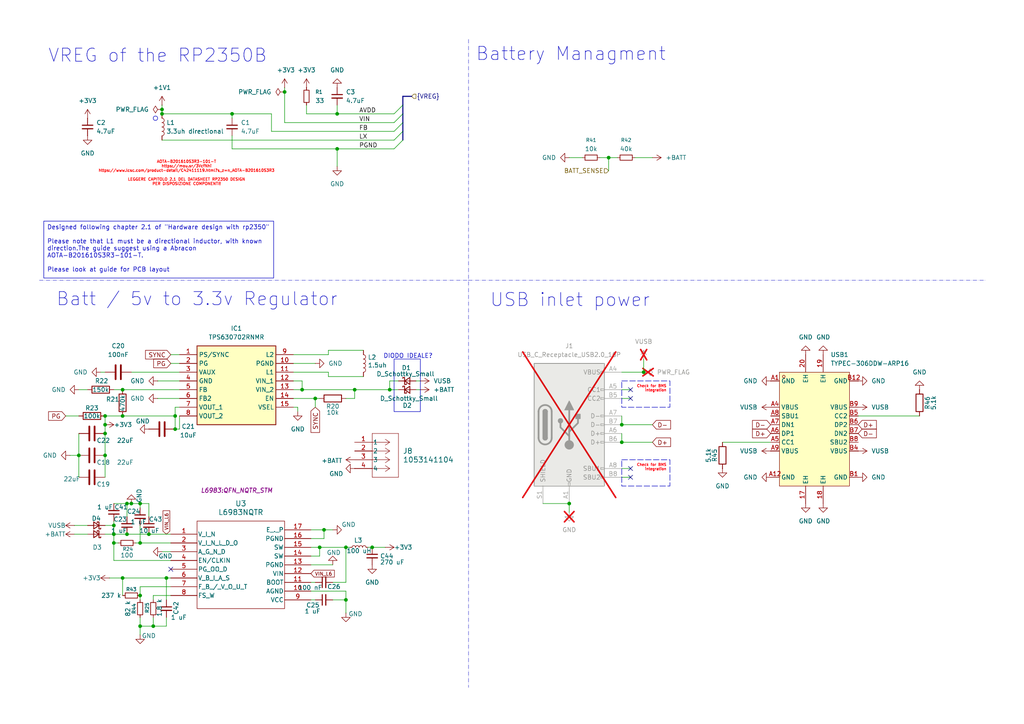
<source format=kicad_sch>
(kicad_sch (version 20250114) (generator "eeschema") (generator_version "9.0")
  (paper "A4")
  (title_block (title "Training Academy Board ") (date "2025-09-11") (rev "1.0") (company "Sapienza Rocket Team"))
  (lib_symbols
    (symbol "2025-12-20_10-01-49:L6983NQTR" (pin_names (offset 0.254))
      (property "Reference" "U" (at 1.27 20.32 0))
      (property "Value" "L6983NQTR" (at 1.27 17.78 0))
      (symbol "L6983NQTR_0_1"
        (pin unspecified line (at -20.32 8.89 0) (length 7.62) (name "V_I_N") (number "1"))
        (pin unspecified line (at -20.32 6.35 0) (length 7.62) (name "V_I_N_L_D_O") (number "2"))
        (pin unspecified line (at -20.32 3.81 0) (length 7.62) (name "A_G_N_D") (number "3"))
        (pin unspecified line (at -20.32 1.27 0) (length 7.62) (name "EN/CLKIN") (number "4"))
        (pin unspecified line (at -20.32 -1.27 0) (length 7.62) (name "PG_OO_D") (number "5"))
        (pin unspecified line (at -20.32 -3.81 0) (length 7.62) (name "V_B_I_A_S") (number "6"))
        (pin unspecified line (at -20.32 -6.35 0) (length 7.62) (name "F_B_/_V_O_U_T") (number "7"))
        (pin unspecified line (at -20.32 -8.89 0) (length 7.62) (name "FS_W") (number "8"))
        (pin unspecified line (at 20.32 10.16 180) (length 7.62) (name "E_._P") (number "17"))
        (pin power_out line (at 20.32 7.62 180) (length 7.62) (name "PGND") (number "16"))
        (pin unspecified line (at 20.32 5.08 180) (length 7.62) (name "SW") (number "15"))
        (pin unspecified line (at 20.32 2.54 180) (length 7.62) (name "SW") (number "14"))
        (pin power_out line (at 20.32 0 180) (length 7.62) (name "PGND") (number "13"))
        (pin unspecified line (at 20.32 -2.54 180) (length 7.62) (name "VIN") (number "12"))
        (pin unspecified line (at 20.32 -5.08 180) (length 7.62) (name "BOOT") (number "11"))
        (pin power_out line (at 20.32 -7.62 180) (length 7.62) (name "AGND") (number "10"))
        (pin power_in line (at 20.32 -10.16 180) (length 7.62) (name "VCC") (number "9"))
      )
    )
    (symbol "Connector:USB_C_Receptacle_USB2.0_16P" (pin_names (offset 1.016))
      (property "Reference" "J" (at 0 22.225 0))
      (property "Value" "USB_C_Receptacle_USB2.0_16P" (at 0 19.685 0))
      (symbol "USB_C_Receptacle_USB2.0_16P_1_1"
        (pin passive line (at -7.62 -22.86 90) (length 5.08) (name "SHIELD") (number "S1"))
        (pin passive line (at 0 -22.86 90) (length 5.08) (name "GND") (number "A1"))
        (pin passive line (at 0 -22.86 90) (length 5.08) (hide yes) (name "GND") (number "A12"))
        (pin passive line (at 0 -22.86 90) (length 5.08) (hide yes) (name "GND") (number "B1"))
        (pin passive line (at 0 -22.86 90) (length 5.08) (hide yes) (name "GND") (number "B12"))
        (pin passive line (at 15.24 15.24 180) (length 5.08) (name "VBUS") (number "A4"))
        (pin passive line (at 15.24 15.24 180) (length 5.08) (hide yes) (name "VBUS") (number "A9"))
        (pin passive line (at 15.24 15.24 180) (length 5.08) (hide yes) (name "VBUS") (number "B4"))
        (pin passive line (at 15.24 15.24 180) (length 5.08) (hide yes) (name "VBUS") (number "B9"))
        (pin bidirectional line (at 15.24 10.16 180) (length 5.08) (name "CC1") (number "A5"))
        (pin bidirectional line (at 15.24 7.62 180) (length 5.08) (name "CC2") (number "B5"))
        (pin bidirectional line (at 15.24 2.54 180) (length 5.08) (name "D-") (number "A7"))
        (pin bidirectional line (at 15.24 0 180) (length 5.08) (name "D-") (number "B7"))
        (pin bidirectional line (at 15.24 -2.54 180) (length 5.08) (name "D+") (number "A6"))
        (pin bidirectional line (at 15.24 -5.08 180) (length 5.08) (name "D+") (number "B6"))
        (pin bidirectional line (at 15.24 -12.7 180) (length 5.08) (name "SBU1") (number "A8"))
        (pin bidirectional line (at 15.24 -15.24 180) (length 5.08) (name "SBU2") (number "B8"))
      )
    )
    (symbol "Device:C" (pin_numbers (hide yes)) (pin_names (offset 0.254))
      (property "Reference" "C" (at 0.635 2.54 0))
      (property "Value" "C" (at 0.635 -2.54 0))
      (symbol "C_1_1"
        (pin passive line (at 0 3.81 270) (length 2.794) (name "~") (number "1"))
        (pin passive line (at 0 -3.81 90) (length 2.794) (name "~") (number "2"))
      )
    )
    (symbol "Device:C_Small" (pin_numbers (hide yes)) (pin_names (offset 0.254) (hide yes))
      (property "Reference" "C" (at 0.254 1.778 0))
      (property "Value" "C_Small" (at 0.254 -2.032 0))
      (symbol "C_Small_1_1"
        (pin passive line (at 0 2.54 270) (length 2.032) (name "~") (number "1"))
        (pin passive line (at 0 -2.54 90) (length 2.032) (name "~") (number "2"))
      )
    )
    (symbol "Device:D_Schottky_Small" (pin_numbers (hide yes)) (pin_names (offset 0.254) (hide yes))
      (property "Reference" "D" (at -1.27 2.032 0))
      (property "Value" "D_Schottky_Small" (at -7.112 -2.032 0))
      (symbol "D_Schottky_Small_1_1"
        (pin passive line (at -2.54 0 0) (length 1.778) (name "K") (number "1"))
        (pin passive line (at 2.54 0 180) (length 1.778) (name "A") (number "2"))
      )
    )
    (symbol "Device:L" (pin_numbers (hide yes)) (pin_names (offset 1.016) (hide yes))
      (property "Reference" "L" (at -1.27 0 90))
      (property "Value" "L" (at 1.905 0 90))
      (symbol "L_1_1"
        (pin passive line (at 0 3.81 270) (length 1.27) (name "1") (number "1"))
        (pin passive line (at 0 -3.81 90) (length 1.27) (name "2") (number "2"))
      )
    )
    (symbol "Device:L_Small" (pin_numbers (hide yes)) (pin_names (offset 0.254) (hide yes))
      (property "Reference" "L" (at 0.762 1.016 0))
      (property "Value" "L_Small" (at 0.762 -1.016 0))
      (symbol "L_Small_1_1"
        (pin passive line (at 0 2.54 270) (length 0.508) (name "~") (number "1"))
        (pin passive line (at 0 -2.54 90) (length 0.508) (name "~") (number "2"))
      )
    )
    (symbol "Device:R" (pin_numbers (hide yes)) (pin_names (offset 0))
      (property "Reference" "R" (at 2.032 0 90))
      (property "Value" "R" (at 0 0 90))
      (symbol "R_1_1"
        (pin passive line (at 0 3.81 270) (length 1.27) (name "~") (number "1"))
        (pin passive line (at 0 -3.81 90) (length 1.27) (name "~") (number "2"))
      )
    )
    (symbol "Device:R_Small" (pin_numbers (hide yes)) (pin_names (offset 0.254) (hide yes))
      (property "Reference" "R" (at 0 0 90))
      (property "Value" "R_Small" (at 1.778 0 90))
      (symbol "R_Small_1_1"
        (pin passive line (at 0 2.54 270) (length 0.762) (name "~") (number "1"))
        (pin passive line (at 0 -2.54 90) (length 0.762) (name "~") (number "2"))
      )
    )
    (symbol "Molex_Nanofit:1053141104" (pin_names (offset 0.254))
      (property "Reference" "J" (at 8.89 6.35 0))
      (property "Value" "1053141104" (at 0 0 0))
      (symbol "1053141104_1_1"
        (pin unspecified line (at 0 0 0) (length 5.08) (name "1") (number "1"))
        (pin unspecified line (at 0 -2.54 0) (length 5.08) (name "2") (number "2"))
        (pin unspecified line (at 0 -5.08 0) (length 5.08) (name "3") (number "3"))
        (pin unspecified line (at 0 -7.62 0) (length 5.08) (name "4") (number "4"))
      )
      (symbol "1053141104_1_2"
        (pin unspecified line (at 0 0 0) (length 5.08) (name "1") (number "1"))
        (pin unspecified line (at 0 -2.54 0) (length 5.08) (name "2") (number "2"))
        (pin unspecified line (at 0 -5.08 0) (length 5.08) (name "3") (number "3"))
        (pin unspecified line (at 0 -7.62 0) (length 5.08) (name "4") (number "4"))
      )
    )
    (symbol "TPS630702RNMR:TPS630702RNMR"
      (property "Reference" "IC" (at 29.21 7.62 0))
      (property "Value" "TPS630702RNMR" (at 29.21 5.08 0))
      (symbol "TPS630702RNMR_1_1"
        (pin passive line (at 0 0 0) (length 5.08) (name "PS/SYNC") (number "1"))
        (pin passive line (at 0 -2.54 0) (length 5.08) (name "PG") (number "2"))
        (pin passive line (at 0 -5.08 0) (length 5.08) (name "VAUX") (number "3"))
        (pin passive line (at 0 -7.62 0) (length 5.08) (name "GND") (number "4"))
        (pin passive line (at 0 -10.16 0) (length 5.08) (name "FB") (number "5"))
        (pin passive line (at 0 -12.7 0) (length 5.08) (name "FB2") (number "6"))
        (pin passive line (at 0 -15.24 0) (length 5.08) (name "VOUT_1") (number "7"))
        (pin passive line (at 0 -17.78 0) (length 5.08) (name "VOUT_2") (number "8"))
        (pin passive line (at 33.02 0 180) (length 5.08) (name "L2") (number "9"))
        (pin passive line (at 33.02 -2.54 180) (length 5.08) (name "PGND") (number "10"))
        (pin passive line (at 33.02 -5.08 180) (length 5.08) (name "L1") (number "11"))
        (pin passive line (at 33.02 -7.62 180) (length 5.08) (name "VIN_1") (number "12"))
        (pin passive line (at 33.02 -10.16 180) (length 5.08) (name "VIN_2") (number "13"))
        (pin passive line (at 33.02 -12.7 180) (length 5.08) (name "EN") (number "14"))
        (pin passive line (at 33.02 -15.24 180) (length 5.08) (name "VSEL") (number "15"))
      )
    )
    (symbol "TYPEC-306DDW-ARP16:TYPEC-306DDW-ARP16"
      (property "Reference" "USB" (at 0 25.4 0))
      (property "Value" "TYPEC-306DDW-ARP16" (at 0 -27.94 0))
      (symbol "TYPEC-306DDW-ARP16_0_1"
        (pin unspecified line (at -2.54 20.32 270) (length 5.08) (name "EH") (number "20"))
        (pin unspecified line (at -2.54 -22.86 90) (length 5.08) (name "EH") (number "17"))
        (pin unspecified line (at 2.54 20.32 270) (length 5.08) (name "EH") (number "19"))
        (pin unspecified line (at 2.54 -22.86 90) (length 5.08) (name "EH") (number "18"))
      )
      (symbol "TYPEC-306DDW-ARP16_1_1"
        (pin unspecified line (at -12.7 12.7 0) (length 2.54) (name "GND") (number "A1"))
        (pin unspecified line (at -12.7 5.08 0) (length 2.54) (name "VBUS") (number "A4"))
        (pin unspecified line (at -12.7 2.54 0) (length 2.54) (name "SBU1") (number "A8"))
        (pin unspecified line (at -12.7 0 0) (length 2.54) (name "DN1") (number "A7"))
        (pin unspecified line (at -12.7 -2.54 0) (length 2.54) (name "DP1") (number "A6"))
        (pin unspecified line (at -12.7 -5.08 0) (length 2.54) (name "CC1") (number "A5"))
        (pin unspecified line (at -12.7 -7.62 0) (length 2.54) (name "VBUS") (number "A9"))
        (pin unspecified line (at -12.7 -15.24 0) (length 2.54) (name "GND") (number "A12"))
        (pin unspecified line (at 12.7 12.7 180) (length 2.54) (name "GND") (number "B12"))
        (pin unspecified line (at 12.7 5.08 180) (length 2.54) (name "VBUS") (number "B9"))
        (pin unspecified line (at 12.7 2.54 180) (length 2.54) (name "CC2") (number "B5"))
        (pin unspecified line (at 12.7 0 180) (length 2.54) (name "DP2") (number "B6"))
        (pin unspecified line (at 12.7 -2.54 180) (length 2.54) (name "DN2") (number "B7"))
        (pin unspecified line (at 12.7 -5.08 180) (length 2.54) (name "SBU2") (number "B8"))
        (pin unspecified line (at 12.7 -7.62 180) (length 2.54) (name "VBUS") (number "B4"))
        (pin unspecified line (at 12.7 -15.24 180) (length 2.54) (name "GND") (number "B1"))
      )
    )
    (symbol "power:+1V1" (power) (pin_numbers (hide yes)) (pin_names (offset 0) (hide yes))
      (property "Value" "+1V1" (at 0 3.556 0))
      (symbol "+1V1_1_1"
        (pin power_in line (at 0 0 90) (length 0) (name "~") (number "1"))
      )
    )
    (symbol "power:+3.3V" (power) (pin_numbers (hide yes)) (pin_names (offset 0) (hide yes))
      (property "Value" "+3.3V" (at 0 3.556 0))
      (symbol "+3.3V_1_1"
        (pin power_in line (at 0 0 90) (length 0) (name "~") (number "1"))
      )
    )
    (symbol "power:+3V3" (power) (pin_numbers (hide yes)) (pin_names (offset 0) (hide yes))
      (property "Value" "+3V3" (at 0 3.556 0))
      (symbol "+3V3_1_1"
        (pin power_in line (at 0 0 90) (length 0) (name "~") (number "1"))
      )
    )
    (symbol "power:+5V" (power) (pin_numbers (hide yes)) (pin_names (offset 0) (hide yes))
      (property "Value" "+5V" (at 0 3.556 0))
      (symbol "+5V_1_1"
        (pin power_in line (at 0 0 90) (length 0) (name "~") (number "1"))
      )
    )
    (symbol "power:+BATT" (power) (pin_numbers (hide yes)) (pin_names (offset 0) (hide yes))
      (property "Value" "+BATT" (at 0 3.556 0))
      (symbol "+BATT_1_1"
        (pin power_in line (at 0 0 90) (length 0) (name "~") (number "1"))
      )
    )
    (symbol "power:GND" (power) (pin_numbers (hide yes)) (pin_names (offset 0) (hide yes))
      (property "Value" "GND" (at 0 -3.81 0))
      (symbol "GND_1_1"
        (pin power_in line (at 0 0 270) (length 0) (name "~") (number "1"))
      )
    )
    (symbol "power:PWR_FLAG" (power) (pin_numbers (hide yes)) (pin_names (offset 0) (hide yes))
      (property "Value" "PWR_FLAG" (at 0 3.81 0))
      (symbol "PWR_FLAG_0_0"
        (pin power_out line (at 0 0 90) (length 0) (name "~") (number "1"))
      )
    )
  )
  (circle (center 45.085 34.29) (radius 0.635) (fill (type color)))
  (rectangle (start 114.3 104.14) (end 121.92 119.38))
  (text "USB inlet power" (at 165.354 87.122 0) (effects (font (size 3.81 3.81))))
  (text "Batt / 5v to 3.3v Regulator\n" (at 57.15 86.868 0) (effects (font (size 3.81 3.81))))
  (text "AOTA-B201610S3R3-101-T\nhttps://mou.sr/3VcfNhi\nhttps://www.lcsc.com/product-detail/C42411119.html?s_z=n_AOTA-B201610S3R3\n\nLEGGERE CAPITOLO 2.1 DEL DATASHEET RP2350 DESIGN\nPER DISPOSIZIONE COMPONENTI!" (at 54.102 50.292 0) (effects (font (size 0.8 0.8))))
  (text "VREG of the RP2350B\n" (at 45.72 16.256 0) (effects (font (size 3.81 3.81))))
  (text "DIODO IDEALE?" (at 118.364 103.378 0) (effects (font (size 1.27 1.27))))
  (text "Battery Managment\n" (at 165.608 15.748 0) (effects (font (size 3.81 3.81))))
  (text_box "Check for BMS integration" (at 180.34 133.35 0) (size 13.97 7.62) (margins 0.9525 0.9525 0.9525 0.9525) (stroke (width 0) (type dash)) (effects (font (size 0.762 0.762)) (justify right top)))
  (text_box "Designed following chapter 2.1 of \"Hardware design with rp2350\"\n\nPlease note that L1 must be a directional inductor, with known direction.The guide suggest using a Abracon AOTA-B201610S3R3-101-T.\n\nPlease look at guide for PCB layout" (at 12.7 64.135 0) (size 66.675 16.51) (margins 0.9525 0.9525 0.9525 0.9525) (effects (font (size 1.27 1.27)) (justify left top)))
  (text_box "Check for BMS integration" (at 180.34 110.49 0) (size 13.97 7.62) (margins 0.9525 0.9525 0.9525 0.9525) (stroke (width 0) (type dash)) (effects (font (size 0.762 0.762)) (justify right top)))
  (junction (at 100.33 173.99))
  (junction (at 180.34 128.27))
  (junction (at 165.1 146.05))
  (junction (at 36.83 146.05))
  (junction (at 30.48 125.73))
  (junction (at 40.64 146.05))
  (junction (at 46.99 33.02))
  (junction (at 35.56 120.65))
  (junction (at 43.18 154.94))
  (junction (at 30.48 120.65))
  (junction (at 186.69 107.95))
  (junction (at 30.48 123.19))
  (junction (at 48.26 167.64))
  (junction (at 50.8 124.46))
  (junction (at 91.44 115.57))
  (junction (at 35.56 113.03))
  (junction (at 97.79 33.02))
  (junction (at 33.02 152.4))
  (junction (at 35.56 167.64))
  (junction (at 44.45 181.61))
  (junction (at 87.63 113.03))
  (junction (at 30.48 132.08))
  (junction (at 40.64 172.72))
  (junction (at 36.83 154.94))
  (junction (at 38.1 146.05))
  (junction (at 113.03 113.03))
  (junction (at 22.86 132.08))
  (junction (at 180.34 123.19))
  (junction (at 176.53 45.72))
  (junction (at 97.79 43.18))
  (junction (at 40.64 181.61))
  (junction (at 92.71 158.75))
  (junction (at 82.55 26.67))
  (junction (at 33.02 154.94))
  (junction (at 33.02 157.48))
  (junction (at 50.8 120.65))
  (junction (at 107.95 158.75))
  (junction (at 67.31 33.02))
  (junction (at 40.64 157.48))
  (junction (at 46.99 31.75))
  (junction (at 100.33 158.75))
  (junction (at 102.87 113.03))
  (junction (at 93.98 153.67))
  (no_connect (at 182.88 135.89))
  (no_connect (at 49.53 165.1))
  (no_connect (at 182.88 113.03))
  (no_connect (at 182.88 115.57))
  (no_connect (at 182.88 138.43))
  (bus_entry (at 116.84 38.1) (size -2.54 2.54))
  (bus_entry (at 116.84 33.02) (size -2.54 2.54))
  (bus_entry (at 116.84 35.56) (size -2.54 2.54))
  (bus_entry (at 116.84 30.48) (size -2.54 2.54))
  (bus_entry (at 116.84 40.64) (size -2.54 2.54))
  (wire (pts (xy 82.55 35.56) (xy 114.3 35.56)))
  (wire (pts (xy 33.02 157.48) (xy 33.02 162.56)))
  (wire (pts (xy 165.1 45.72) (xy 168.91 45.72)))
  (wire (pts (xy 52.07 124.46) (xy 50.8 124.46)))
  (wire (pts (xy 20.32 132.08) (xy 22.86 132.08)))
  (wire (pts (xy 21.59 154.94) (xy 25.4 154.94)))
  (wire (pts (xy 44.45 172.72) (xy 49.53 172.72)))
  (wire (pts (xy 35.56 167.64) (xy 48.26 167.64)))
  (wire (pts (xy 90.17 161.29) (xy 92.71 161.29)))
  (wire (pts (xy 33.02 152.4) (xy 33.02 154.94)))
  (wire (pts (xy 19.05 120.65) (xy 22.86 120.65)))
  (wire (pts (xy 30.48 123.19) (xy 30.48 125.73)))
  (wire (pts (xy 21.59 152.4) (xy 25.4 152.4)))
  (wire (pts (xy 35.56 120.65) (xy 50.8 120.65)))
  (wire (pts (xy 100.33 168.91) (xy 100.33 158.75)))
  (bus (pts (xy 116.84 33.02) (xy 116.84 35.56)))
  (wire (pts (xy 180.34 138.43) (xy 182.88 138.43)))
  (wire (pts (xy 115.57 110.49) (xy 113.03 110.49)))
  (wire (pts (xy 90.17 173.99) (xy 91.44 173.99)))
  (wire (pts (xy 106.68 158.75) (xy 107.95 158.75)))
  (wire (pts (xy 35.56 113.03) (xy 52.07 113.03)))
  (wire (pts (xy 38.1 107.95) (xy 52.07 107.95)))
  (wire (pts (xy 120.65 110.49) (xy 121.92 110.49)))
  (wire (pts (xy 90.17 168.91) (xy 91.44 168.91)))
  (wire (pts (xy 113.03 110.49) (xy 113.03 113.03)))
  (wire (pts (xy 30.48 120.65) (xy 30.48 123.19)))
  (wire (pts (xy 44.45 173.99) (xy 44.45 172.72)))
  (wire (pts (xy 67.31 33.02) (xy 67.31 34.29)))
  (wire (pts (xy 95.25 109.22) (xy 95.25 107.95)))
  (wire (pts (xy 90.17 171.45) (xy 100.33 171.45)))
  (wire (pts (xy 176.53 49.53) (xy 176.53 45.72)))
  (bus (pts (xy 116.84 30.48) (xy 116.84 33.02)))
  (wire (pts (xy 97.79 33.02) (xy 114.3 33.02)))
  (wire (pts (xy 40.64 152.4) (xy 40.64 157.48)))
  (wire (pts (xy 52.07 118.11) (xy 50.8 118.11)))
  (wire (pts (xy 43.18 146.05) (xy 43.18 149.86)))
  (wire (pts (xy 49.53 105.41) (xy 52.07 105.41)))
  (wire (pts (xy 180.34 113.03) (xy 182.88 113.03)))
  (wire (pts (xy 30.48 132.08) (xy 30.48 138.43)))
  (wire (pts (xy 180.34 125.73) (xy 180.34 128.27)))
  (wire (pts (xy 100.33 171.45) (xy 100.33 173.99)))
  (wire (pts (xy 52.07 120.65) (xy 52.07 124.46)))
  (wire (pts (xy 95.25 101.6) (xy 105.41 101.6)))
  (wire (pts (xy 102.87 113.03) (xy 102.87 115.57)))
  (wire (pts (xy 46.99 31.75) (xy 46.99 33.02)))
  (wire (pts (xy 180.34 135.89) (xy 182.88 135.89)))
  (wire (pts (xy 48.26 179.07) (xy 48.26 181.61)))
  (wire (pts (xy 93.98 153.67) (xy 96.52 153.67)))
  (wire (pts (xy 88.9 30.48) (xy 88.9 33.02)))
  (wire (pts (xy 180.34 107.95) (xy 186.69 107.95)))
  (bus (pts (xy 116.84 35.56) (xy 116.84 38.1)))
  (wire (pts (xy 49.53 160.02) (xy 46.99 160.02)))
  (wire (pts (xy 33.02 154.94) (xy 33.02 157.48)))
  (wire (pts (xy 87.63 110.49) (xy 87.63 113.03)))
  (wire (pts (xy 33.02 151.13) (xy 33.02 152.4)))
  (wire (pts (xy 93.98 153.67) (xy 93.98 156.21)))
  (wire (pts (xy 87.63 113.03) (xy 102.87 113.03)))
  (wire (pts (xy 248.92 120.65) (xy 266.7 120.65)))
  (wire (pts (xy 35.56 172.72) (xy 35.56 167.64)))
  (wire (pts (xy 85.09 118.11) (xy 86.36 118.11)))
  (wire (pts (xy 91.44 105.41) (xy 85.09 105.41)))
  (wire (pts (xy 67.31 33.02) (xy 78.74 33.02)))
  (wire (pts (xy 46.99 33.02) (xy 67.31 33.02)))
  (wire (pts (xy 91.44 115.57) (xy 92.71 115.57)))
  (wire (pts (xy 50.8 120.65) (xy 50.8 124.46)))
  (wire (pts (xy 180.34 120.65) (xy 180.34 123.19)))
  (wire (pts (xy 43.18 154.94) (xy 49.53 154.94)))
  (wire (pts (xy 38.1 146.05) (xy 40.64 146.05)))
  (bus (pts (xy 116.84 38.1) (xy 116.84 40.64)))
  (wire (pts (xy 184.15 45.72) (xy 189.23 45.72)))
  (wire (pts (xy 40.64 170.18) (xy 40.64 172.72)))
  (wire (pts (xy 96.52 168.91) (xy 100.33 168.91)))
  (wire (pts (xy 30.48 120.65) (xy 35.56 120.65)))
  (wire (pts (xy 40.64 181.61) (xy 40.64 184.15)))
  (wire (pts (xy 113.03 113.03) (xy 115.57 113.03)))
  (bus (pts (xy 116.84 27.94) (xy 116.84 30.48)))
  (wire (pts (xy 173.99 45.72) (xy 176.53 45.72)))
  (wire (pts (xy 30.48 125.73) (xy 30.48 132.08)))
  (wire (pts (xy 97.79 30.48) (xy 97.79 33.02)))
  (wire (pts (xy 30.48 154.94) (xy 33.02 154.94)))
  (wire (pts (xy 101.6 158.75) (xy 100.33 158.75)))
  (wire (pts (xy 44.45 181.61) (xy 48.26 181.61)))
  (wire (pts (xy 90.17 163.83) (xy 96.52 163.83)))
  (wire (pts (xy 33.02 113.03) (xy 35.56 113.03)))
  (wire (pts (xy 78.74 33.02) (xy 78.74 38.1)))
  (wire (pts (xy 90.17 158.75) (xy 92.71 158.75)))
  (wire (pts (xy 95.25 107.95) (xy 85.09 107.95)))
  (wire (pts (xy 120.65 113.03) (xy 121.92 113.03)))
  (wire (pts (xy 31.75 167.64) (xy 35.56 167.64)))
  (wire (pts (xy 40.64 157.48) (xy 49.53 157.48)))
  (wire (pts (xy 33.02 154.94) (xy 36.83 154.94)))
  (wire (pts (xy 33.02 162.56) (xy 49.53 162.56)))
  (wire (pts (xy 95.25 102.87) (xy 95.25 101.6)))
  (wire (pts (xy 82.55 25.4) (xy 82.55 26.67)))
  (wire (pts (xy 46.99 40.64) (xy 114.3 40.64)))
  (wire (pts (xy 40.64 170.18) (xy 49.53 170.18)))
  (wire (pts (xy 180.34 123.19) (xy 189.23 123.19)))
  (polyline (pts (xy 135.89 11.43) (xy 135.89 199.39)) (stroke (width 0.1016) (type dash_dot)))
  (wire (pts (xy 40.64 147.32) (xy 40.64 146.05)))
  (wire (pts (xy 180.34 115.57) (xy 182.88 115.57)))
  (wire (pts (xy 33.02 146.05) (xy 36.83 146.05)))
  (wire (pts (xy 44.45 179.07) (xy 44.45 181.61)))
  (wire (pts (xy 40.64 181.61) (xy 44.45 181.61)))
  (wire (pts (xy 186.69 107.95) (xy 186.69 104.14)))
  (wire (pts (xy 36.83 154.94) (xy 43.18 154.94)))
  (wire (pts (xy 97.79 43.18) (xy 114.3 43.18)))
  (wire (pts (xy 33.02 157.48) (xy 34.29 157.48)))
  (wire (pts (xy 49.53 167.64) (xy 48.26 167.64)))
  (wire (pts (xy 29.21 107.95) (xy 30.48 107.95)))
  (polyline (pts (xy 11.43 81.28) (xy 135.89 81.28)) (stroke (width 0.1016) (type dash_dot)))
  (wire (pts (xy 50.8 118.11) (xy 50.8 120.65)))
  (wire (pts (xy 40.64 146.05) (xy 43.18 146.05)))
  (wire (pts (xy 107.95 158.75) (xy 111.76 158.75)))
  (wire (pts (xy 180.34 128.27) (xy 189.23 128.27)))
  (wire (pts (xy 85.09 110.49) (xy 87.63 110.49)))
  (wire (pts (xy 67.31 39.37) (xy 67.31 43.18)))
  (wire (pts (xy 67.31 43.18) (xy 97.79 43.18)))
  (wire (pts (xy 46.99 30.48) (xy 46.99 31.75)))
  (wire (pts (xy 209.55 128.27) (xy 223.52 128.27)))
  (wire (pts (xy 102.87 115.57) (xy 100.33 115.57)))
  (wire (pts (xy 22.86 125.73) (xy 22.86 132.08)))
  (wire (pts (xy 85.09 113.03) (xy 87.63 113.03)))
  (wire (pts (xy 86.36 118.11) (xy 86.36 119.38)))
  (wire (pts (xy 165.1 146.05) (xy 165.1 148.59)))
  (wire (pts (xy 85.09 115.57) (xy 91.44 115.57)))
  (wire (pts (xy 39.37 157.48) (xy 40.64 157.48)))
  (wire (pts (xy 91.44 118.11) (xy 91.44 115.57)))
  (wire (pts (xy 78.74 38.1) (xy 114.3 38.1)))
  (wire (pts (xy 22.86 132.08) (xy 22.86 138.43)))
  (wire (pts (xy 100.33 158.75) (xy 92.71 158.75)))
  (bus (pts (xy 119.38 27.94) (xy 116.84 27.94)))
  (wire (pts (xy 40.64 179.07) (xy 40.64 181.61)))
  (wire (pts (xy 97.79 48.26) (xy 97.79 43.18)))
  (wire (pts (xy 157.48 146.05) (xy 165.1 146.05)))
  (wire (pts (xy 90.17 153.67) (xy 93.98 153.67)))
  (wire (pts (xy 105.41 109.22) (xy 95.25 109.22)))
  (wire (pts (xy 48.26 167.64) (xy 48.26 173.99)))
  (wire (pts (xy 88.9 33.02) (xy 97.79 33.02)))
  (wire (pts (xy 102.87 113.03) (xy 113.03 113.03)))
  (wire (pts (xy 36.83 146.05) (xy 38.1 146.05)))
  (wire (pts (xy 85.09 102.87) (xy 95.25 102.87)))
  (wire (pts (xy 45.72 115.57) (xy 52.07 115.57)))
  (wire (pts (xy 100.33 173.99) (xy 100.33 177.8)))
  (wire (pts (xy 176.53 45.72) (xy 179.07 45.72)))
  (wire (pts (xy 96.52 173.99) (xy 100.33 173.99)))
  (wire (pts (xy 36.83 146.05) (xy 36.83 149.86)))
  (wire (pts (xy 82.55 26.67) (xy 82.55 35.56)))
  (wire (pts (xy 49.53 102.87) (xy 52.07 102.87)))
  (wire (pts (xy 90.17 156.21) (xy 93.98 156.21)))
  (wire (pts (xy 40.64 172.72) (xy 40.64 173.99)))
  (polyline (pts (xy 135.89 81.28) (xy 285.75 81.28)) (stroke (width 0.1016) (type dash_dot)))
  (wire (pts (xy 22.86 113.03) (xy 25.4 113.03)))
  (wire (pts (xy 30.48 152.4) (xy 33.02 152.4)))
  (wire (pts (xy 92.71 161.29) (xy 92.71 158.75)))
  (wire (pts (xy 45.72 110.49) (xy 52.07 110.49)))
  (label "VIN" (at 104.14 35.56 0))
  (label "LX" (at 104.14 40.64 0))
  (label "PGND" (at 104.14 43.18 0))
  (label "FB" (at 104.14 38.1 0))
  (label "AVDD" (at 104.14 33.02 0))
  (global_label "D-" (shape input) (at 189.23 123.19 0) (property "Intersheetrefs" "${INTERSHEET_REFS}" (effects (hide yes))))
  (global_label "PG" (shape input) (at 19.05 120.65 180) (property "Intersheetrefs" "${INTERSHEET_REFS}" (effects (hide yes))))
  (global_label "D+" (shape input) (at 189.23 128.27 0) (property "Intersheetrefs" "${INTERSHEET_REFS}" (effects (hide yes))))
  (global_label "SYNC" (shape input) (at 91.44 118.11 270) (property "Intersheetrefs" "${INTERSHEET_REFS}" (effects (hide yes))))
  (global_label "SYNC" (shape input) (at 49.53 102.87 180) (property "Intersheetrefs" "${INTERSHEET_REFS}" (effects (hide yes))))
  (global_label "VIN_L6" (shape input) (at 48.26 154.94 90) (effects (font (size 1 1))) (property "Intersheetrefs" "${INTERSHEET_REFS}" (effects (hide yes))))
  (global_label "D+" (shape input) (at 248.92 123.19 0) (property "Intersheetrefs" "${INTERSHEET_REFS}" (effects (hide yes))))
  (global_label "D+" (shape input) (at 223.52 125.73 180) (property "Intersheetrefs" "${INTERSHEET_REFS}" (effects (hide yes))))
  (global_label "PG" (shape input) (at 49.53 105.41 180) (property "Intersheetrefs" "${INTERSHEET_REFS}" (effects (hide yes))))
  (global_label "D-" (shape input) (at 248.92 125.73 0) (property "Intersheetrefs" "${INTERSHEET_REFS}" (effects (hide yes))))
  (global_label "VIN_L6" (shape input) (at 90.17 166.37 0) (effects (font (size 1 1))) (property "Intersheetrefs" "${INTERSHEET_REFS}" (effects (hide yes))))
  (global_label "D-" (shape input) (at 223.52 123.19 180) (property "Intersheetrefs" "${INTERSHEET_REFS}" (effects (hide yes))))
  (hierarchical_label "BATT_SENSE" (shape input) (at 176.53 49.53 180))
  (hierarchical_label "{VREG}" (shape input) (at 119.38 27.94 0))
  (symbol (lib_id "power:+5V") (at 186.69 104.14 0) (unit 1) (exclude_from_sim yes) (in_bom no) (on_board no) (dnp yes)
    (property "Reference" "#PWR014" (effects (hide yes)))
    (property "Value" "VUSB" (at 186.69 99.06 0))
    (property "Description" "Power symbol creates a global label with name \"+5V\"" (effects (hide yes)))
  )
  (symbol (lib_id "power:GND") (at 107.95 163.83 0) (unit 1) (exclude_from_sim yes) (in_bom no) (on_board no)
    (property "Reference" "#PWR057" (effects (hide yes)))
    (property "Value" "GND" (at 107.95 168.91 0))
    (property "Description" "Power symbol creates a global label with name \"GND\" , ground" (effects (hide yes)))
  )
  (symbol (lib_id "power:GND") (at 248.92 138.43 90) (unit 1)
    (property "Reference" "#PWR0128" (effects (hide yes)))
    (property "Value" "GND" (at 252.73 138.4299 90) (effects (justify right)))
    (property "Description" "Power symbol creates a global label with name \"GND\" , ground" (effects (hide yes)))
  )
  (symbol (lib_id "power:+BATT") (at 21.59 154.94 90) (unit 1) (exclude_from_sim yes) (in_bom no) (on_board no)
    (property "Reference" "#PWR039" (effects (hide yes)))
    (property "Value" "+BATT" (at 19.05 154.94 90) (effects (justify left)))
    (property "Description" "Power symbol creates a global label with name \"+BATT\"" (effects (hide yes)))
  )
  (symbol (lib_id "power:+5V") (at 248.92 118.11 270) (unit 1)
    (property "Reference" "#PWR0131" (effects (hide yes)))
    (property "Value" "VUSB" (at 252.73 118.1099 90) (effects (justify left)))
    (property "Description" "Power symbol creates a global label with name \"+5V\"" (effects (hide yes)))
  )
  (symbol (lib_id "Connector:USB_C_Receptacle_USB2.0_16P") (at 165.1 123.19 0) (unit 1) (exclude_from_sim yes) (in_bom no) (on_board no) (dnp yes)
    (property "Reference" "J1" (at 165.1 100.33 0))
    (property "Value" "USB_C_Receptacle_USB2.0_16P" (at 165.1 102.87 0))
    (property "Footprint" "Connector_USB:USB_C_Receptacle_GCT_USB4105-xx-A_16P_TopMnt_Horizontal" (effects (hide yes)))
    (property "Datasheet" "https://www.usb.org/sites/default/files/documents/usb_type-c.zip" (effects (hide yes)))
    (property "Description" "USB 2.0-only 16P Type-C Receptacle connector" (effects (hide yes)))
  )
  (symbol (lib_id "power:+5V") (at 121.92 110.49 270) (unit 1) (on_board no)
    (property "Reference" "#PWR071" (effects (hide yes)))
    (property "Value" "VUSB" (at 125.73 110.4899 90) (effects (justify left)))
    (property "Description" "Power symbol creates a global label with name \"+5V\"" (effects (hide yes)))
  )
  (symbol (lib_id "power:+1V1") (at 46.99 30.48 0) (unit 1)
    (property "Reference" "#PWR016" (effects (hide yes)))
    (property "Value" "+1V1" (at 46.99 25.4 0))
    (property "Description" "Power symbol creates a global label with name \"+1V1\"" (effects (hide yes)))
  )
  (symbol (lib_id "power:GND") (at 102.87 135.89 270) (unit 1)
    (property "Reference" "#PWR0106" (effects (hide yes)))
    (property "Value" "GND" (at 97.536 137.414 90))
    (property "Description" "Power symbol creates a global label with name \"GND\" , ground" (effects (hide yes)))
  )
  (symbol (lib_id "power:+5V") (at 21.59 152.4 90) (unit 1) (exclude_from_sim yes) (in_bom no) (on_board no)
    (property "Reference" "#PWR037" (effects (hide yes)))
    (property "Value" "VUSB" (at 19.05 152.4 90) (effects (justify left)))
    (property "Description" "Power symbol creates a global label with name \"+5V\"" (effects (hide yes)))
  )
  (symbol (lib_id "power:+3V3") (at 111.76 158.75 270) (unit 1) (exclude_from_sim yes) (in_bom no) (on_board no)
    (property "Reference" "#PWR041" (effects (hide yes)))
    (property "Value" "+3V3" (at 114.3 158.75 90) (effects (justify left)))
    (property "Description" "Power symbol creates a global label with name \"+3V3\"" (effects (hide yes)))
  )
  (symbol (lib_id "power:GND") (at 25.4 39.37 0) (unit 1)
    (property "Reference" "#PWR07" (effects (hide yes)))
    (property "Value" "GND" (at 25.4 44.45 0))
    (property "Description" "Power symbol creates a global label with name \"GND\" , ground" (effects (hide yes)))
  )
  (symbol (lib_id "Device:C") (at 26.67 132.08 270) (unit 1)
    (property "Reference" "C18" (at 29.972 134.112 90))
    (property "Value" "22uF" (at 36.322 134.112 90))
    (property "Footprint" "Capacitor_SMD:C_0603_1608Metric_Pad1.08x0.95mm_HandSolder" (effects (hide yes)))
    (property "Description" "Unpolarized capacitor" (effects (hide yes)))
  )
  (symbol (lib_id "power:GND") (at 233.68 146.05 0) (unit 1)
    (property "Reference" "#PWR0114" (effects (hide yes)))
    (property "Value" "GND" (at 233.68 151.13 0))
    (property "Description" "Power symbol creates a global label with name \"GND\" , ground" (effects (hide yes)))
  )
  (symbol (lib_id "power:GND") (at 165.1 45.72 270) (unit 1)
    (property "Reference" "#PWR0107" (effects (hide yes)))
    (property "Value" "GND" (at 161.29 45.7199 90) (effects (justify right)))
    (property "Description" "Power symbol creates a global label with name \"GND\" , ground" (effects (hide yes)))
  )
  (symbol (lib_id "Device:C_Small") (at 97.79 27.94 0) (unit 1)
    (property "Reference" "C3" (at 100.33 26.6762 0) (effects (justify left)))
    (property "Value" "4.7uF" (at 100.33 29.2162 0) (effects (justify left)))
    (property "Footprint" "Capacitor_SMD:C_0603_1608Metric_Pad1.08x0.95mm_HandSolder" (effects (hide yes)))
    (property "Description" "Unpolarized capacitor, small symbol" (effects (hide yes)))
  )
  (symbol (lib_id "Device:R_Small") (at 181.61 45.72 90) (unit 1)
    (property "Reference" "R42" (at 181.61 40.64 90) (effects (font (size 1.016 1.016))))
    (property "Value" "40k" (at 181.61 43.18 90))
    (property "Footprint" "Resistor_SMD:R_0603_1608Metric_Pad0.98x0.95mm_HandSolder" (effects (hide yes)))
    (property "Description" "Resistor, small symbol" (effects (hide yes)))
  )
  (symbol (lib_id "power:GND") (at 22.86 113.03 270) (unit 1) (on_board no)
    (property "Reference" "#PWR048" (effects (hide yes)))
    (property "Value" "GND" (at 19.05 113.0299 90) (effects (justify right)))
    (property "Description" "Power symbol creates a global label with name \"GND\" , ground" (effects (hide yes)))
  )
  (symbol (lib_id "power:GND") (at 233.68 102.87 180) (unit 1)
    (property "Reference" "#PWR0116" (effects (hide yes)))
    (property "Value" "GND" (at 233.68 97.79 0))
    (property "Description" "Power symbol creates a global label with name \"GND\" , ground" (effects (hide yes)))
  )
  (symbol (lib_id "power:PWR_FLAG") (at 186.69 107.95 270) (unit 1) (exclude_from_sim yes) (in_bom no) (on_board no) (dnp yes)
    (property "Reference" "#FLG04" (effects (hide yes)))
    (property "Value" "PWR_FLAG" (at 190.5 107.9499 90) (effects (justify left)))
    (property "Description" "Special symbol for telling ERC where power comes from" (effects (hide yes)))
  )
  (symbol (lib_id "power:+3.3V") (at 82.55 25.4 0) (unit 1)
    (property "Reference" "#PWR05" (effects (hide yes)))
    (property "Value" "+3V3" (at 80.264 20.32 0) (effects (justify left)))
    (property "Description" "Power symbol creates a global label with name \"+3V3\"" (effects (hide yes)))
  )
  (symbol (lib_id "power:GND") (at 100.33 177.8 0) (unit 1) (exclude_from_sim yes) (in_bom no) (on_board no)
    (property "Reference" "#PWR052" (effects (hide yes)))
    (property "Value" "GND" (at 105.156 178.054 0) (effects (justify right)))
    (property "Description" "Power symbol creates a global label with name \"GND\" , ground" (effects (hide yes)))
  )
  (symbol (lib_id "power:GND") (at 223.52 138.43 270) (unit 1)
    (property "Reference" "#PWR0129" (effects (hide yes)))
    (property "Value" "GND" (at 219.71 138.4299 90) (effects (justify right)))
    (property "Description" "Power symbol creates a global label with name \"GND\" , ground" (effects (hide yes)))
  )
  (symbol (lib_id "power:+BATT") (at 189.23 45.72 270) (unit 1)
    (property "Reference" "#PWR0108" (effects (hide yes)))
    (property "Value" "+BATT" (at 193.04 45.7199 90) (effects (justify left)))
    (property "Description" "Power symbol creates a global label with name \"+BATT\"" (effects (hide yes)))
  )
  (symbol (lib_id "power:GND") (at 29.21 107.95 270) (unit 1) (on_board no)
    (property "Reference" "#PWR044" (effects (hide yes)))
    (property "Value" "GND" (at 25.4 107.9499 90) (effects (justify right)))
    (property "Description" "Power symbol creates a global label with name \"GND\" , ground" (effects (hide yes)))
  )
  (symbol (lib_id "Device:L") (at 46.99 36.83 0) (unit 1)
    (property "Reference" "L1" (at 48.26 35.5599 0) (effects (justify left)))
    (property "Value" "3.3uh directional" (at 48.26 38.0999 0) (effects (justify left)))
    (property "Footprint" "AOTA B201610S3R3-101-T:L_AOTA-B201610S3R3-101-T_MCH" (effects (hide yes)))
    (property "Description" "Inductor" (effects (hide yes)))
  )
  (symbol (lib_id "Device:C_Small") (at 40.64 149.86 0) (unit 1) (exclude_from_sim yes) (in_bom no) (on_board no)
    (property "Reference" "C24" (at 36.83 148.336 0) (effects (justify left)))
    (property "Value" "1 uF" (at 37.846 151.384 0) (effects (justify left)))
    (property "Footprint" "Capacitor_SMD:C_0603_1608Metric_Pad1.08x0.95mm_HandSolder" (effects (hide yes)))
    (property "Description" "Unpolarized capacitor, small symbol" (effects (hide yes)))
  )
  (symbol (lib_id "power:+3.3V") (at 25.4 34.29 0) (unit 1)
    (property "Reference" "#PWR06" (effects (hide yes)))
    (property "Value" "+3V3" (at 25.4 29.21 0))
    (property "Description" "Power symbol creates a global label with name \"+3V3\"" (effects (hide yes)))
  )
  (symbol (lib_id "Device:L_Small") (at 104.14 158.75 90) (unit 1) (exclude_from_sim yes) (in_bom no) (on_board no)
    (property "Reference" "L3" (at 103.886 156.718 90))
    (property "Value" "100 uH" (at 104.14 159.766 90))
    (property "Footprint" "Inductor_SMD:L_1206_3216Metric_Pad1.42x1.75mm_HandSolder" (effects (hide yes)))
    (property "Description" "Inductor, small symbol" (effects (hide yes)))
  )
  (symbol (lib_id "Device:D_Schottky_Small") (at 27.94 152.4 180) (unit 1) (exclude_from_sim yes) (in_bom no) (on_board no)
    (property "Reference" "D4" (at 27.94 150.368 0))
    (property "Value" "D_Schottky_Small" (effects (hide yes)))
    (property "Footprint" "SDM2U30CSP:SDM2U30CSP" (effects (hide yes)))
    (property "Description" "Schottky diode, small symbol" (effects (hide yes)))
  )
  (symbol (lib_id "power:GND") (at 46.99 160.02 270) (unit 1) (exclude_from_sim yes) (in_bom no) (on_board no)
    (property "Reference" "#PWR056" (effects (hide yes)))
    (property "Value" "GND" (at 50.038 161.29 90) (effects (justify right)))
    (property "Description" "Power symbol creates a global label with name \"GND\" , ground" (effects (hide yes)))
  )
  (symbol (lib_id "power:GND") (at 38.1 146.05 180) (unit 1) (exclude_from_sim yes) (in_bom no) (on_board no)
    (property "Reference" "#PWR040" (effects (hide yes)))
    (property "Value" "GND" (at 40.386 145.796 90) (effects (justify right)))
    (property "Description" "Power symbol creates a global label with name \"GND\" , ground" (effects (hide yes)))
  )
  (symbol (lib_id "power:+BATT") (at 102.87 133.35 90) (unit 1)
    (property "Reference" "#PWR025" (effects (hide yes)))
    (property "Value" "+BATT" (at 99.314 133.604 90) (effects (justify left)))
    (property "Description" "Power symbol creates a global label with name \"+BATT\"" (effects (hide yes)))
  )
  (symbol (lib_id "Device:C") (at 26.67 138.43 270) (unit 1)
    (property "Reference" "C19" (at 29.972 140.462 90))
    (property "Value" "22uF" (at 20.828 138.938 90))
    (property "Footprint" "Capacitor_SMD:C_0603_1608Metric_Pad1.08x0.95mm_HandSolder" (effects (hide yes)))
    (property "Description" "Unpolarized capacitor" (effects (hide yes)))
  )
  (symbol (lib_id "Device:R_Small") (at 40.64 176.53 180) (unit 1) (exclude_from_sim yes) (in_bom no) (on_board no)
    (property "Reference" "R44" (at 38.862 176.53 90) (effects (font (size 1.016 1.016))))
    (property "Value" "82 k" (at 37.084 176.53 90))
    (property "Footprint" "Resistor_SMD:R_0603_1608Metric_Pad0.98x0.95mm_HandSolder" (effects (hide yes)))
    (property "Description" "Resistor, small symbol" (effects (hide yes)))
  )
  (symbol (lib_id "Device:D_Schottky_Small") (at 118.11 113.03 0) (unit 1)
    (property "Reference" "D2" (at 118.11 117.602 0))
    (property "Value" "D_Schottky_Small" (at 118.618 115.57 0))
    (property "Footprint" "SDM2U30CSP:SDM2U30CSP" (effects (hide yes)))
    (property "Description" "Schottky diode, small symbol" (effects (hide yes)))
  )
  (symbol (lib_id "Device:C") (at 46.99 124.46 90) (unit 1)
    (property "Reference" "C21" (at 54.61 123.698 90))
    (property "Value" "10uF" (at 54.61 126.238 90))
    (property "Footprint" "Capacitor_SMD:C_0603_1608Metric_Pad1.08x0.95mm_HandSolder" (effects (hide yes)))
    (property "Description" "Unpolarized capacitor" (effects (hide yes)))
  )
  (symbol (lib_id "Device:R") (at 96.52 115.57 90) (unit 1)
    (property "Reference" "R20" (at 96.52 117.856 90))
    (property "Value" "10k" (at 96.52 119.634 90))
    (property "Footprint" "Resistor_SMD:R_0603_1608Metric_Pad0.98x0.95mm_HandSolder" (effects (hide yes)))
    (property "Description" "Resistor" (effects (hide yes)))
  )
  (symbol (lib_id "Device:R_Small") (at 44.45 176.53 180) (unit 1) (exclude_from_sim yes) (in_bom no) (on_board no)
    (property "Reference" "R25" (at 42.672 176.276 90) (effects (font (size 1.016 1.016))))
    (property "Value" "1.8 k" (at 46.228 176.276 90))
    (property "Footprint" "Resistor_SMD:R_0603_1608Metric_Pad0.98x0.95mm_HandSolder" (effects (hide yes)))
    (property "Description" "Resistor, small symbol" (effects (hide yes)))
  )
  (symbol (lib_id "power:+5V") (at 248.92 130.81 270) (unit 1)
    (property "Reference" "#PWR0132" (effects (hide yes)))
    (property "Value" "VUSB" (at 252.73 130.8099 90) (effects (justify left)))
    (property "Description" "Power symbol creates a global label with name \"+5V\"" (effects (hide yes)))
  )
  (symbol (lib_id "Device:R_Small") (at 38.1 172.72 270) (unit 1) (exclude_from_sim yes) (in_bom no) (on_board no)
    (property "Reference" "R43" (at 38.1 170.942 90) (effects (font (size 1.016 1.016))))
    (property "Value" "237 k" (at 32.258 172.72 90))
    (property "Footprint" "Resistor_SMD:R_0603_1608Metric_Pad0.98x0.95mm_HandSolder" (effects (hide yes)))
    (property "Description" "Resistor, small symbol" (effects (hide yes)))
  )
  (symbol (lib_id "power:GND") (at 266.7 113.03 180) (unit 1)
    (property "Reference" "#PWR0135" (effects (hide yes)))
    (property "Value" "GND" (at 266.7 107.95 0))
    (property "Description" "Power symbol creates a global label with name \"GND\" , ground" (effects (hide yes)))
  )
  (symbol (lib_id "power:+3V3") (at 30.48 123.19 270) (unit 1) (on_board no)
    (property "Reference" "#PWR050" (effects (hide yes)))
    (property "Value" "+3V3" (at 33.02 123.19 90) (effects (justify left)))
    (property "Description" "Power symbol creates a global label with name \"+3V3\"" (effects (hide yes)))
  )
  (symbol (lib_id "power:GND") (at 96.52 163.83 180) (unit 1) (exclude_from_sim yes) (in_bom no) (on_board no)
    (property "Reference" "#PWR054" (effects (hide yes)))
    (property "Value" "GND" (at 94.742 160.274 0) (effects (justify right)))
    (property "Description" "Power symbol creates a global label with name \"GND\" , ground" (effects (hide yes)))
  )
  (symbol (lib_id "power:GND") (at 165.1 148.59 0) (unit 1) (exclude_from_sim yes) (in_bom no) (on_board no) (dnp yes)
    (property "Reference" "#PWR013" (effects (hide yes)))
    (property "Value" "GND" (at 165.1 153.67 0))
    (property "Description" "Power symbol creates a global label with name \"GND\" , ground" (effects (hide yes)))
  )
  (symbol (lib_id "power:GND") (at 97.79 25.4 180) (unit 1)
    (property "Reference" "#PWR03" (effects (hide yes)))
    (property "Value" "GND" (at 97.79 20.32 0))
    (property "Description" "Power symbol creates a global label with name \"GND\" , ground" (effects (hide yes)))
  )
  (symbol (lib_id "power:+BATT") (at 121.92 113.03 270) (unit 1) (on_board no)
    (property "Reference" "#PWR065" (effects (hide yes)))
    (property "Value" "+BATT" (at 125.73 113.0299 90) (effects (justify left)))
    (property "Description" "Power symbol creates a global label with name \"+BATT\"" (effects (hide yes)))
  )
  (symbol (lib_id "Device:C_Small") (at 93.98 173.99 90) (unit 1) (exclude_from_sim yes) (in_bom no) (on_board no)
    (property "Reference" "C25" (at 92.71 175.514 90) (effects (justify left)))
    (property "Value" "1 uF" (at 92.964 177.292 90) (effects (justify left)))
    (property "Footprint" "Capacitor_SMD:C_0603_1608Metric_Pad1.08x0.95mm_HandSolder" (effects (hide yes)))
    (property "Description" "Unpolarized capacitor, small symbol" (effects (hide yes)))
  )
  (symbol (lib_id "Device:R") (at 29.21 113.03 90) (unit 1)
    (property "Reference" "R22" (at 29.464 110.49 90))
    (property "Value" "150k" (at 29.21 113.03 90))
    (property "Footprint" "Resistor_SMD:R_0603_1608Metric_Pad0.98x0.95mm_HandSolder" (effects (hide yes)))
    (property "Description" "Resistor" (effects (hide yes)))
  )
  (symbol (lib_id "2025-12-20_10-01-49:L6983NQTR") (at 69.85 163.83 0) (unit 1) (exclude_from_sim yes) (in_bom no) (on_board no)
    (property "Reference" "U3" (at 69.85 146.05 0) (effects (font (size 1.524 1.524))))
    (property "Value" "L6983NQTR" (at 69.85 148.59 0) (effects (font (size 1.524 1.524))))
    (property "Footprint" "L6983:QFN_NQTR_STM" (at 68.58 142.24 0) (effects (font (italic yes))))
    (property "Datasheet" "https://www.st.com/resource/en/datasheet/l6983.pdf" (effects (hide yes)))
  )
  (symbol (lib_id "power:+3.3V") (at 88.9 25.4 0) (unit 1)
    (property "Reference" "#PWR04" (effects (hide yes)))
    (property "Value" "+3V3" (at 88.9 20.32 0))
    (property "Description" "Power symbol creates a global label with name \"+3V3\"" (effects (hide yes)))
  )
  (symbol (lib_id "power:GND") (at 20.32 132.08 270) (unit 1) (on_board no)
    (property "Reference" "#PWR032" (effects (hide yes)))
    (property "Value" "GND" (at 16.51 132.0799 90) (effects (justify right)))
    (property "Description" "Power symbol creates a global label with name \"GND\" , ground" (effects (hide yes)))
  )
  (symbol (lib_id "power:GND") (at 238.76 102.87 180) (unit 1)
    (property "Reference" "#PWR0118" (effects (hide yes)))
    (property "Value" "GND" (at 238.76 97.79 0))
    (property "Description" "Power symbol creates a global label with name \"GND\" , ground" (effects (hide yes)))
  )
  (symbol (lib_id "Device:D_Schottky_Small") (at 27.94 154.94 180) (unit 1) (exclude_from_sim yes) (in_bom no) (on_board no)
    (property "Reference" "D3" (at 28.194 158.75 0))
    (property "Value" "D_Schottky_Small" (effects (hide yes)))
    (property "Footprint" "SDM2U30CSP:SDM2U30CSP" (effects (hide yes)))
    (property "Description" "Schottky diode, small symbol" (effects (hide yes)))
  )
  (symbol (lib_id "Device:C_Small") (at 48.26 176.53 0) (unit 1) (exclude_from_sim yes) (in_bom no) (on_board no)
    (property "Reference" "C42" (at 51.054 178.308 90) (effects (justify left)))
    (property "Value" "1 uF" (at 49.53 179.07 0) (effects (justify left)))
    (property "Description" "Unpolarized capacitor, small symbol" (effects (hide yes)))
  )
  (symbol (lib_id "Device:C_Small") (at 67.31 36.83 0) (unit 1)
    (property "Reference" "C1" (at 69.85 35.5662 0) (effects (justify left)))
    (property "Value" "4.7uF" (at 69.85 38.1062 0) (effects (justify left)))
    (property "Footprint" "Capacitor_SMD:C_0603_1608Metric_Pad1.08x0.95mm_HandSolder" (effects (hide yes)))
    (property "Description" "Unpolarized capacitor, small symbol" (effects (hide yes)))
  )
  (symbol (lib_id "power:GND") (at 45.72 115.57 270) (unit 1) (on_board no)
    (property "Reference" "#PWR046" (effects (hide yes)))
    (property "Value" "GND" (at 41.91 115.5699 90) (effects (justify right)))
    (property "Description" "Power symbol creates a global label with name \"GND\" , ground" (effects (hide yes)))
  )
  (symbol (lib_id "Device:R") (at 35.56 116.84 0) (unit 1)
    (property "Reference" "R21" (at 30.734 115.824 0) (effects (justify left)))
    (property "Value" "470k" (at 35.56 119.38 90) (effects (justify left)))
    (property "Footprint" "Resistor_SMD:R_0603_1608Metric_Pad0.98x0.95mm_HandSolder" (effects (hide yes)))
    (property "Description" "Resistor" (effects (hide yes)))
  )
  (symbol (lib_id "Device:R_Small") (at 36.83 157.48 90) (unit 1) (exclude_from_sim yes) (in_bom no) (on_board no)
    (property "Reference" "R24" (at 37.084 159.258 90) (effects (font (size 1.016 1.016))))
    (property "Value" "100" (at 36.83 161.036 90))
    (property "Footprint" "Resistor_SMD:R_0603_1608Metric_Pad0.98x0.95mm_HandSolder" (effects (hide yes)))
    (property "Description" "Resistor, small symbol" (effects (hide yes)))
  )
  (symbol (lib_id "power:GND") (at 223.52 110.49 270) (unit 1)
    (property "Reference" "#PWR0119" (effects (hide yes)))
    (property "Value" "GND" (at 219.71 110.4899 90) (effects (justify right)))
    (property "Description" "Power symbol creates a global label with name \"GND\" , ground" (effects (hide yes)))
  )
  (symbol (lib_id "power:PWR_FLAG") (at 82.55 26.67 90) (unit 1)
    (property "Reference" "#FLG02" (effects (hide yes)))
    (property "Value" "PWR_FLAG" (at 78.74 26.6699 90) (effects (justify left)))
    (property "Description" "Special symbol for telling ERC where power comes from" (effects (hide yes)))
  )
  (symbol (lib_id "TYPEC-306DDW-ARP16:TYPEC-306DDW-ARP16") (at 236.22 123.19 0) (unit 1)
    (property "Reference" "USB1" (at 240.9033 102.87 0) (effects (justify left)))
    (property "Value" "TYPEC-306DDW-ARP16" (at 240.9033 105.41 0) (effects (justify left)))
    (property "Footprint" "BXCONN UC23-0B16F00P11:USB-C-TH_UC23-0B16F00P11" (effects (hide yes)))
    (property "LCSC Part" "C2840393" (effects (hide yes)))
  )
  (symbol (lib_id "power:+3V3") (at 31.75 167.64 90) (unit 1) (exclude_from_sim yes) (in_bom no) (on_board no)
    (property "Reference" "#PWR053" (effects (hide yes)))
    (property "Value" "+3V3" (at 29.21 167.64 90) (effects (justify left)))
    (property "Description" "Power symbol creates a global label with name \"+3V3\"" (effects (hide yes)))
  )
  (symbol (lib_id "power:GND") (at 43.18 124.46 270) (unit 1) (on_board no)
    (property "Reference" "#PWR047" (effects (hide yes)))
    (property "Value" "GND" (at 43.434 122.174 90) (effects (justify right)))
    (property "Description" "Power symbol creates a global label with name \"GND\" , ground" (effects (hide yes)))
  )
  (symbol (lib_id "power:GND") (at 40.64 184.15 0) (unit 1) (exclude_from_sim yes) (in_bom no) (on_board no)
    (property "Reference" "#PWR049" (effects (hide yes)))
    (property "Value" "GND" (at 45.212 184.404 0) (effects (justify right)))
    (property "Description" "Power symbol creates a global label with name \"GND\" , ground" (effects (hide yes)))
  )
  (symbol (lib_id "power:GND") (at 248.92 110.49 90) (unit 1)
    (property "Reference" "#PWR0127" (effects (hide yes)))
    (property "Value" "GND" (at 252.73 110.4899 90) (effects (justify right)))
    (property "Description" "Power symbol creates a global label with name \"GND\" , ground" (effects (hide yes)))
  )
  (symbol (lib_id "Device:R_Small") (at 88.9 27.94 180) (unit 1)
    (property "Reference" "R1" (at 91.44 26.6699 0) (effects (font (size 1.016 1.016)) (justify right)))
    (property "Value" "33" (at 91.44 29.2099 0) (effects (justify right)))
    (property "Footprint" "Resistor_SMD:R_0603_1608Metric_Pad0.98x0.95mm_HandSolder" (effects (hide yes)))
    (property "Description" "Resistor, small symbol" (effects (hide yes)))
  )
  (symbol (lib_id "Device:C_Small") (at 43.18 152.4 0) (unit 1) (exclude_from_sim yes) (in_bom no) (on_board no)
    (property "Reference" "C43" (at 43.18 150.622 0) (effects (justify left)))
    (property "Value" "10 uF" (at 40.386 153.924 0) (effects (justify left)))
    (property "Footprint" "Capacitor_SMD:C_0603_1608Metric_Pad1.08x0.95mm_HandSolder" (effects (hide yes)))
    (property "Description" "Unpolarized capacitor, small symbol" (effects (hide yes)))
  )
  (symbol (lib_id "Molex_Nanofit:1053141104") (at 102.87 128.27 0) (unit 1)
    (property "Reference" "J8" (at 116.84 130.8099 0) (effects (font (size 1.524 1.524)) (justify left)))
    (property "Value" "1053141104" (at 116.84 133.3499 0) (effects (font (size 1.524 1.524)) (justify left)))
    (property "Footprint" "footprints:CONN_SD-105314-100_04_MOL" (effects (hide yes)))
    (property "Datasheet" "1053141104" (effects (hide yes)))
  )
  (symbol (lib_id "Device:C") (at 26.67 125.73 270) (unit 1)
    (property "Reference" "C22" (at 29.972 127.762 90))
    (property "Value" "22uF" (at 36.322 127.762 90))
    (property "Footprint" "Capacitor_SMD:C_0603_1608Metric_Pad1.08x0.95mm_HandSolder" (effects (hide yes)))
    (property "Description" "Unpolarized capacitor" (effects (hide yes)))
  )
  (symbol (lib_id "Device:R") (at 209.55 132.08 0) (unit 1)
    (property "Reference" "R45" (at 207.264 132.08 90))
    (property "Value" "5.1k" (at 205.486 132.08 90))
    (property "Footprint" "Resistor_SMD:R_0603_1608Metric_Pad0.98x0.95mm_HandSolder" (effects (hide yes)))
    (property "Description" "Resistor" (effects (hide yes)))
  )
  (symbol (lib_id "power:GND") (at 209.55 135.89 0) (unit 1)
    (property "Reference" "#PWR0134" (effects (hide yes)))
    (property "Value" "GND" (at 209.55 140.97 0))
    (property "Description" "Power symbol creates a global label with name \"GND\" , ground" (effects (hide yes)))
  )
  (symbol (lib_id "power:+5V") (at 223.52 130.81 90) (unit 1)
    (property "Reference" "#PWR0133" (effects (hide yes)))
    (property "Value" "VUSB" (at 219.71 130.8099 90) (effects (justify left)))
    (property "Description" "Power symbol creates a global label with name \"+5V\"" (effects (hide yes)))
  )
  (symbol (lib_id "Device:C_Small") (at 36.83 152.4 180) (unit 1) (exclude_from_sim yes) (in_bom no) (on_board no)
    (property "Reference" "C23" (at 36.83 150.622 0) (effects (justify left)))
    (property "Value" "1 uF" (at 36.83 153.924 0) (effects (justify left)))
    (property "Footprint" "Capacitor_SMD:C_0603_1608Metric_Pad1.08x0.95mm_HandSolder" (effects (hide yes)))
    (property "Description" "Unpolarized capacitor, small symbol" (effects (hide yes)))
  )
  (symbol (lib_id "Device:R") (at 26.67 120.65 270) (unit 1)
    (property "Reference" "R23" (at 26.67 118.364 90))
    (property "Value" "100k" (at 26.67 120.65 90))
    (property "Footprint" "Resistor_SMD:R_0603_1608Metric_Pad0.98x0.95mm_HandSolder" (effects (hide yes)))
    (property "Description" "Resistor" (effects (hide yes)))
  )
  (symbol (lib_id "Device:C_Small") (at 93.98 168.91 90) (unit 1) (exclude_from_sim yes) (in_bom no) (on_board no)
    (property "Reference" "C26" (at 98.806 170.18 90) (effects (justify left)))
    (property "Value" "100 nF" (at 93.472 170.434 90) (effects (justify left)))
    (property "Footprint" "Capacitor_SMD:C_0603_1608Metric_Pad1.08x0.95mm_HandSolder" (effects (hide yes)))
    (property "Description" "Unpolarized capacitor, small symbol" (effects (hide yes)))
  )
  (symbol (lib_id "power:GND") (at 91.44 105.41 90) (unit 1) (on_board no)
    (property "Reference" "#PWR042" (effects (hide yes)))
    (property "Value" "GND" (at 95.25 105.4099 90) (effects (justify right)))
    (property "Description" "Power symbol creates a global label with name \"GND\" , ground" (effects (hide yes)))
  )
  (symbol (lib_id "Device:L") (at 105.41 105.41 0) (unit 1)
    (property "Reference" "L2" (at 106.68 103.632 0) (effects (justify left)))
    (property "Value" "1.5uh" (at 106.68 105.918 0) (effects (justify left)))
    (property "Footprint" "Inductor_SMD:L_1008_2520Metric" (effects (hide yes)))
    (property "Description" "Inductor" (effects (hide yes)))
  )
  (symbol (lib_id "Device:C_Small") (at 33.02 148.59 180) (unit 1) (exclude_from_sim yes) (in_bom no) (on_board no)
    (property "Reference" "C41" (at 37.084 147.066 0) (effects (justify left)))
    (property "Value" "1 uF" (at 32.766 147.066 0) (effects (justify left)))
    (property "Footprint" "Capacitor_SMD:C_0603_1608Metric_Pad1.08x0.95mm_HandSolder" (effects (hide yes)))
    (property "Description" "Unpolarized capacitor, small symbol" (effects (hide yes)))
  )
  (symbol (lib_id "TPS630702RNMR:TPS630702RNMR") (at 52.07 102.87 0) (unit 1)
    (property "Reference" "IC1" (at 68.58 95.25 0))
    (property "Value" "TPS630702RNMR" (at 68.58 97.79 0))
    (property "Footprint" "TPS63070:TPS630701RNMR" (effects (hide yes)))
    (property "Datasheet" "http://www.ti.com/lit/ds/symlink/tps63070.pdf" (effects (hide yes)))
    (property "Description" "Switching Voltage Regulators" (effects (hide yes)))
    (property "Mouser Part Number" "595-TPS630702RNMR" (effects (hide yes)))
    (property "Mouser Price/Stock" "https://www.mouser.co.uk/ProductDetail/Texas-Instruments/TPS630702RNMR?qs=vLWxofP3U2wHUyCq3Fj%2FmQ%3D%3D" (effects (hide yes)))
    (property "Manufacturer_Name" "Texas Instruments" (effects (hide yes)))
    (property "Manufacturer_Part_Number" "TPS630702RNMR" (effects (hide yes)))
  )
  (symbol (lib_id "Device:C_Small") (at 25.4 36.83 0) (unit 1)
    (property "Reference" "C2" (at 27.94 35.5662 0) (effects (justify left)))
    (property "Value" "4.7uF" (at 27.94 38.1062 0) (effects (justify left)))
    (property "Footprint" "Capacitor_SMD:C_0603_1608Metric_Pad1.08x0.95mm_HandSolder" (effects (hide yes)))
    (property "Description" "Unpolarized capacitor, small symbol" (effects (hide yes)))
  )
  (symbol (lib_id "power:+5V") (at 223.52 118.11 90) (unit 1)
    (property "Reference" "#PWR0130" (effects (hide yes)))
    (property "Value" "VUSB" (at 219.71 118.1099 90) (effects (justify left)))
    (property "Description" "Power symbol creates a global label with name \"+5V\"" (effects (hide yes)))
  )
  (symbol (lib_id "power:GND") (at 96.52 153.67 90) (unit 1) (exclude_from_sim yes) (in_bom no) (on_board no)
    (property "Reference" "#PWR055" (effects (hide yes)))
    (property "Value" "GND" (at 99.06 152.146 90) (effects (justify right)))
    (property "Description" "Power symbol creates a global label with name \"GND\" , ground" (effects (hide yes)))
  )
  (symbol (lib_id "power:GND") (at 86.36 119.38 0) (unit 1) (on_board no)
    (property "Reference" "#PWR045" (effects (hide yes)))
    (property "Value" "GND" (at 86.36 124.46 0))
    (property "Description" "Power symbol creates a global label with name \"GND\" , ground" (effects (hide yes)))
  )
  (symbol (lib_id "power:PWR_FLAG") (at 46.99 31.75 90) (unit 1)
    (property "Reference" "#FLG03" (effects (hide yes)))
    (property "Value" "PWR_FLAG" (at 43.18 31.7499 90) (effects (justify left)))
    (property "Description" "Special symbol for telling ERC where power comes from" (effects (hide yes)))
  )
  (symbol (lib_id "Device:R_Small") (at 171.45 45.72 90) (unit 1)
    (property "Reference" "R41" (at 171.45 40.64 90) (effects (font (size 1.016 1.016))))
    (property "Value" "10k" (at 171.45 43.18 90))
    (property "Footprint" "Resistor_SMD:R_0603_1608Metric_Pad0.98x0.95mm_HandSolder" (effects (hide yes)))
    (property "Description" "Resistor, small symbol" (effects (hide yes)))
  )
  (symbol (lib_id "Device:R") (at 266.7 116.84 180) (unit 1)
    (property "Reference" "R46" (at 268.986 116.84 90))
    (property "Value" "5.1k" (at 270.764 116.84 90))
    (property "Footprint" "Resistor_SMD:R_0603_1608Metric_Pad0.98x0.95mm_HandSolder" (effects (hide yes)))
    (property "Description" "Resistor" (effects (hide yes)))
  )
  (symbol (lib_id "Device:C_Small") (at 107.95 161.29 0) (unit 1) (exclude_from_sim yes) (in_bom no) (on_board no)
    (property "Reference" "C44" (at 110.236 161.29 0) (effects (justify left)))
    (property "Value" "270 uF" (at 110.236 163.068 0) (effects (justify left)))
    (property "Description" "Unpolarized capacitor, small symbol" (effects (hide yes)))
  )
  (symbol (lib_id "Device:D_Schottky_Small") (at 118.11 110.49 0) (unit 1)
    (property "Reference" "D1" (at 117.856 106.68 0))
    (property "Value" "D_Schottky_Small" (at 117.602 108.458 0))
    (property "Footprint" "SDM2U30CSP:SDM2U30CSP" (effects (hide yes)))
    (property "Description" "Schottky diode, small symbol" (effects (hide yes)))
  )
  (symbol (lib_id "power:GND") (at 238.76 146.05 0) (unit 1)
    (property "Reference" "#PWR0115" (effects (hide yes)))
    (property "Value" "GND" (at 238.76 151.13 0))
    (property "Description" "Power symbol creates a global label with name \"GND\" , ground" (effects (hide yes)))
  )
  (symbol (lib_id "power:GND") (at 45.72 110.49 270) (unit 1) (on_board no)
    (property "Reference" "#PWR043" (effects (hide yes)))
    (property "Value" "GND" (at 41.91 110.4899 90) (effects (justify right)))
    (property "Description" "Power symbol creates a global label with name \"GND\" , ground" (effects (hide yes)))
  )
  (symbol (lib_id "power:GND") (at 97.79 48.26 0) (unit 1)
    (property "Reference" "#PWR02" (effects (hide yes)))
    (property "Value" "GND" (at 97.79 53.34 0))
    (property "Description" "Power symbol creates a global label with name \"GND\" , ground" (effects (hide yes)))
  )
  (symbol (lib_id "Device:C") (at 34.29 107.95 90) (unit 1)
    (property "Reference" "C20" (at 34.29 100.33 90))
    (property "Value" "100nF" (at 34.29 102.87 90))
    (property "Footprint" "Capacitor_SMD:C_0603_1608Metric_Pad1.08x0.95mm_HandSolder" (effects (hide yes)))
    (property "Description" "Unpolarized capacitor" (effects (hide yes)))
  )
)
</source>
